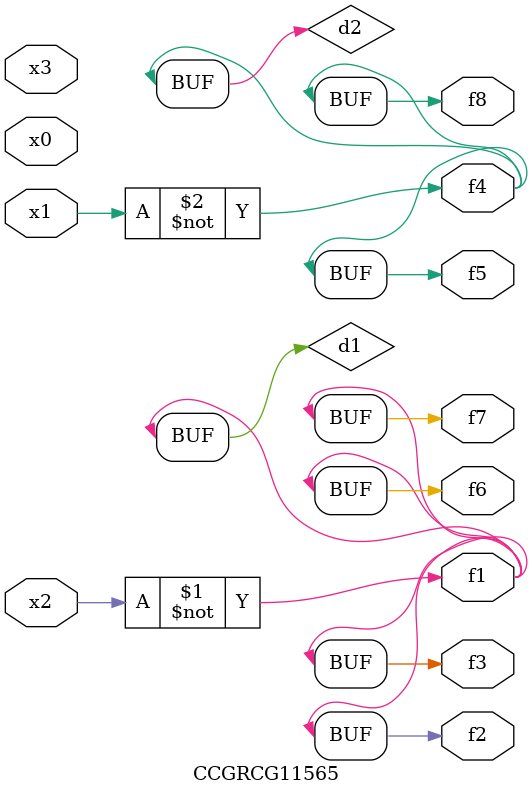
<source format=v>
module CCGRCG11565(
	input x0, x1, x2, x3,
	output f1, f2, f3, f4, f5, f6, f7, f8
);

	wire d1, d2;

	xnor (d1, x2);
	not (d2, x1);
	assign f1 = d1;
	assign f2 = d1;
	assign f3 = d1;
	assign f4 = d2;
	assign f5 = d2;
	assign f6 = d1;
	assign f7 = d1;
	assign f8 = d2;
endmodule

</source>
